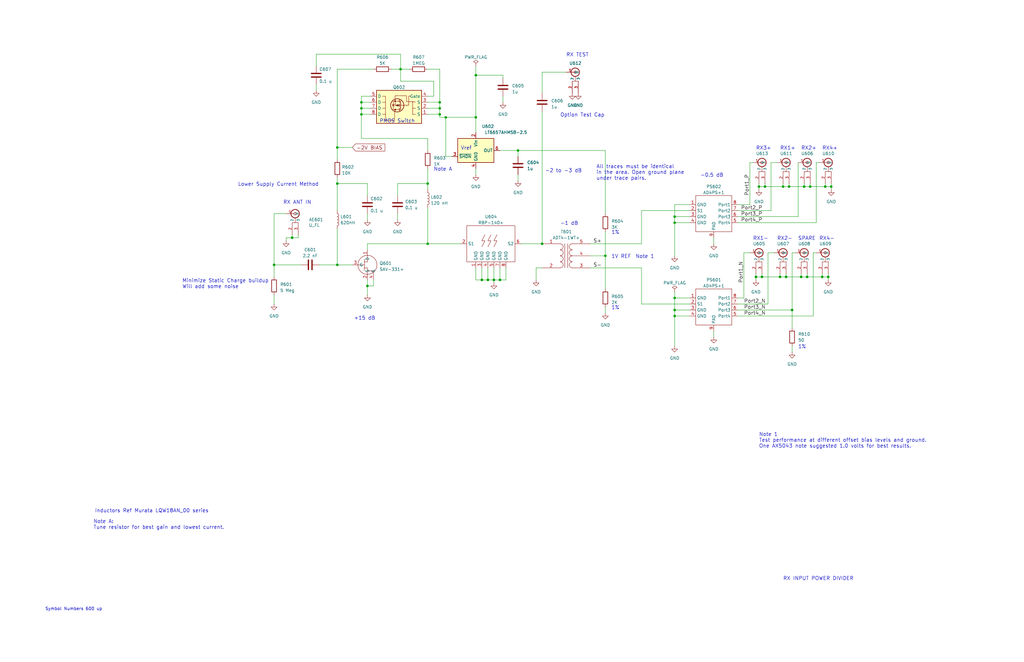
<source format=kicad_sch>
(kicad_sch (version 20230121) (generator eeschema)
  (paper "USLedger")
  (title_block (title "Radiation Tolerant PacSat Communication") (date "2023-06-17") (rev "A") (company "AMSAT-NA") (comment 1 "N5BRG"))
  (lib_symbols
    (symbol "Device:C" (pin_numbers hide) (pin_names (offset 0.254))
      (property "Reference" "C" (at 0.635 2.54 0))
      (property "Value" "C" (at 0.635 -2.54 0))
      (symbol "C_0_1"
        (polyline (pts (xy -2.032 -0.762) (xy 2.032 -0.762)) (stroke (width 0.508)))
        (polyline (pts (xy -2.032 0.762) (xy 2.032 0.762)) (stroke (width 0.508)))
      )
      (symbol "C_1_1"
        (pin passive line (at 0 3.81 270) (length 2.794) (name "~") (number "1"))
        (pin passive line (at 0 -3.81 90) (length 2.794) (name "~") (number "2"))
      )
    )
    (symbol "Device:L" (pin_numbers hide) (pin_names (offset 1.016) hide)
      (property "Reference" "L" (at -1.27 0 90))
      (property "Value" "L" (at 1.905 0 90))
      (symbol "L_0_1"
        (arc (start 0 -2.54) (mid 0.6323 -1.905) (end 0 -1.27))
        (arc (start 0 -1.27) (mid 0.6323 -0.635) (end 0 0))
        (arc (start 0 0) (mid 0.6323 0.635) (end 0 1.27))
        (arc (start 0 1.27) (mid 0.6323 1.905) (end 0 2.54))
      )
      (symbol "L_1_1"
        (pin passive line (at 0 3.81 270) (length 1.27) (name "1") (number "1"))
        (pin passive line (at 0 -3.81 90) (length 1.27) (name "2") (number "2"))
      )
    )
    (symbol "Device:R" (pin_numbers hide) (pin_names (offset 0))
      (property "Reference" "R" (at 2.032 0 90))
      (property "Value" "R" (at 0 0 90))
      (symbol "R_0_1"
        (rectangle (start -1.016 -2.54) (end 1.016 2.54) (stroke (width 0.254)))
      )
      (symbol "R_1_1"
        (pin passive line (at 0 3.81 270) (length 1.27) (name "~") (number "1"))
        (pin passive line (at 0 -3.81 90) (length 1.27) (name "~") (number "2"))
      )
    )
    (symbol "PACSAT_DEV_misc:TPS1100"
      (property "Reference" "Q?" (at 6.35 -8.89 0))
      (symbol "TPS1100_0_1"
        (rectangle (start -8.89 7.62) (end 10.16 -6.35) (stroke (width 0.254)) (fill (type background)))
        (polyline (pts (xy -2.54 0) (xy -3.4176 -0.012)))
        (polyline (pts (xy 0 0) (xy -2.794 0)))
        (polyline (pts (xy 0 1.905) (xy 0 -1.905)) (stroke (width 0.254)))
        (polyline (pts (xy 0.508 -1.27) (xy 0.508 -2.286)) (stroke (width 0.254)))
        (polyline (pts (xy 0.508 0.508) (xy 0.508 -0.508)) (stroke (width 0.254)))
        (polyline (pts (xy 0.508 2.286) (xy 0.508 1.27)) (stroke (width 0.254)))
        (polyline (pts (xy 2.286 2.54) (xy 2.286 1.778)))
        (polyline (pts (xy 6.35 -1.27) (xy 7.62 -1.27)))
        (polyline (pts (xy 6.35 1.27) (xy 7.62 1.27)))
        (polyline (pts (xy 6.35 3.81) (xy 7.62 3.81)))
        (polyline (pts (xy -5.08 -1.27) (xy -5.08 1.27) (xy -6.35 1.27)))
        (polyline (pts (xy -5.08 -1.27) (xy -5.0512 -1.5491) (xy -5.031 -1.448)))
        (polyline (pts (xy -5.08 1.27) (xy -5.08 3.81) (xy -6.35 3.81)))
        (polyline (pts (xy -4.9501 -1.4683) (xy -6.1836 -1.4683) (xy -6.1229 -1.3874)))
        (polyline (pts (xy -3.4162 -0.0461) (xy -3.4162 -3.8561) (xy -4.2419 -3.8037)))
        (polyline (pts (xy 2.286 -2.54) (xy 2.286 0) (xy 0.508 0)))
        (polyline (pts (xy 0.508 1.778) (xy 3.048 1.778) (xy 3.048 -1.778) (xy 0.508 -1.778)))
        (polyline (pts (xy 2.032 0) (xy 1.016 0.381) (xy 1.016 -0.381) (xy 2.032 0)) (fill (type outline)))
        (polyline (pts (xy 2.54 -0.508) (xy 2.667 -0.381) (xy 3.429 -0.381) (xy 3.556 -0.254)))
        (polyline (pts (xy 3.048 -0.381) (xy 2.667 0.254) (xy 3.429 0.254) (xy 3.048 -0.381)))
        (polyline (pts (xy 2.3285 -2.7575) (xy 2.3285 -4.0275) (xy -2.5549 -4.0212) (xy -2.5549 -1.5919) (xy -5.2915 -1.4875)))
        (polyline (pts (xy 2.54 2.54) (xy 2.54 6.35) (xy 6.35 6.35) (xy 6.35 -3.81) (xy 7.62 -3.81)))
        (circle (center 1.397 0) (radius 2.794) (stroke (width 0.254)))
        (circle (center 2.286 -1.778) (radius 0.254) (fill (type outline)))
        (circle (center 2.286 1.778) (radius 0.254) (fill (type outline)))
      )
      (symbol "TPS1100_1_1"
        (pin passive line (at -11.43 3.81 0) (length 2.54) (name "S") (number "1"))
        (pin passive line (at -11.43 1.27 0) (length 2.54) (name "S") (number "2"))
        (pin passive line (at -11.43 -1.27 0) (length 2.54) (name "S") (number "3"))
        (pin input line (at -11.43 -3.81 0) (length 2.54) (name "Gate") (number "4"))
        (pin passive line (at 12.7 -3.81 180) (length 2.54) (name "D") (number "5"))
        (pin passive line (at 12.7 -1.27 180) (length 2.54) (name "D") (number "6"))
        (pin passive line (at 12.7 1.27 180) (length 2.54) (name "D") (number "7"))
        (pin passive line (at 12.7 3.81 180) (length 2.54) (name "D") (number "8"))
      )
    )
    (symbol "PACSAT_DEV_misc:U_FL"
      (property "Reference" "U" (at -3.81 2.54 0))
      (symbol "U_FL_0_1"
        (polyline (pts (xy -1.27 -3.81) (xy 1.27 -3.81)))
        (polyline (pts (xy 0 -3.81) (xy 0 -1.778)))
        (circle (center 0 0) (radius 0.508) (stroke (width 0.2032)))
        (circle (center 0 0) (radius 1.778) (stroke (width 0.3048)))
      )
      (symbol "U_FL_1_1"
        (pin bidirectional line (at -3.81 0 0) (length 3.302) (name "In") (number "1"))
        (pin power_in line (at -1.27 -8.89 90) (length 5.08) (name "2") (number "2"))
        (pin power_in line (at 1.27 -8.89 90) (length 5.08) (name "3") (number "3"))
      )
    )
    (symbol "PACSAT_Minicircuits:AD4PS+1"
      (property "Reference" "PS602" (at 0 11.43 0))
      (property "Value" "AD4PS+1" (at 0 8.89 0))
      (symbol "AD4PS+1_0_1"
        (rectangle (start -7.62 7.62) (end 7.62 -7.62))
      )
      (symbol "AD4PS+1_1_1"
        (pin power_in line (at -10.16 3.81 0) (length 2.54) (name "GND") (number "1"))
        (pin input line (at -10.16 1.27 0) (length 2.54) (name "S1") (number "2"))
        (pin power_in line (at -10.16 -1.27 0) (length 2.54) (name "GND") (number "3"))
        (pin power_in line (at -10.16 -3.81 0) (length 2.54) (name "GND") (number "4"))
        (pin output line (at 10.16 -3.81 180) (length 2.54) (name "Port4") (number "5"))
        (pin output line (at 10.16 -1.27 180) (length 2.54) (name "Port3") (number "6"))
        (pin output line (at 10.16 1.27 180) (length 2.54) (name "Port2") (number "7"))
        (pin output line (at 10.16 3.81 180) (length 2.54) (name "Port1") (number "8"))
        (pin power_in line (at 0 -10.16 90) (length 2.54) (name "PAD") (number "9"))
      )
    )
    (symbol "PACSAT_Minicircuits:RBP-140+_1"
      (property "Reference" "U603" (at 10.16 5.08 0))
      (property "Value" "RBP-140+" (at 10.16 2.54 0))
      (symbol "RBP-140+_1_0_0"
        (polyline (pts (xy 6.35 -8.89) (xy 7.62 -6.35) (xy 6.35 -6.35) (xy 7.62 -3.81)))
        (polyline (pts (xy 8.89 -8.89) (xy 10.16 -6.35) (xy 8.89 -6.35) (xy 10.16 -3.81)))
        (polyline (pts (xy 11.43 -8.89) (xy 12.7 -6.35) (xy 11.43 -6.35) (xy 12.7 -3.81)))
      )
      (symbol "RBP-140+_1_0_1"
        (rectangle (start 0 0) (end 20.32 -15.24))
      )
      (symbol "RBP-140+_1_1_1"
        (pin power_in line (at 3.81 -17.78 90) (length 2.54) (name "GND") (number "1"))
        (pin input line (at -2.54 -7.62 0) (length 2.54) (name "S1") (number "2"))
        (pin power_in line (at 6.35 -17.78 90) (length 2.54) (name "GND") (number "3"))
        (pin power_in line (at 8.89 -17.78 90) (length 2.54) (name "GND") (number "4"))
        (pin power_in line (at 11.43 -17.78 90) (length 2.54) (name "GND") (number "5"))
        (pin output line (at 22.86 -7.62 180) (length 2.54) (name "S2") (number "6"))
        (pin power_in line (at 13.97 -17.78 90) (length 2.54) (name "GND") (number "7"))
        (pin power_in line (at 16.51 -17.78 90) (length 2.54) (name "GND") (number "8"))
      )
    )
    (symbol "PACSAT_Minicircuits:SAV-331+"
      (property "Reference" "U601" (at 5.08 0.635 0))
      (property "Value" "SAV-331+" (at 5.08 -1.905 0))
      (symbol "SAV-331+_0_1"
        (polyline (pts (xy -2.54 0) (xy -3.81 0)))
        (polyline (pts (xy -1.27 -1.27) (xy -1.27 -2.54)))
        (polyline (pts (xy -1.27 0) (xy -2.54 0)))
        (polyline (pts (xy -1.27 1.27) (xy -1.27 2.54)))
        (polyline (pts (xy 0 -2.54) (xy 0 -3.81)))
        (polyline (pts (xy 0 1.27) (xy 0 2.54)))
        (polyline (pts (xy 0 2.54) (xy 0 3.81)))
        (polyline (pts (xy -1.27 -1.27) (xy 0 -1.27) (xy 0 -2.54)))
        (polyline (pts (xy 0 -2.54) (xy 2.54 -2.54) (xy 2.54 -3.81)))
        (polyline (pts (xy -1.27 1.27) (xy -1.27 -1.27) (xy -1.27 1.27) (xy -1.27 0) (xy -1.27 1.27) (xy 0 1.27)))
        (circle (center 0 0) (radius 4.0161))
      )
      (symbol "SAV-331+_1_1"
        (pin input line (at 0 6.35 270) (length 2.54) (name "D") (number "1"))
        (pin input line (at 0 -6.35 90) (length 2.54) (name "S") (number "2"))
        (pin input line (at -6.35 0 0) (length 2.54) (name "G") (number "3"))
        (pin input line (at 2.54 -6.35 90) (length 2.54) (name "S") (number "4"))
      )
    )
    (symbol "PACSAT_Minicircuits:Transformer_1P_SS" (pin_names (offset 1.016) hide)
      (property "Reference" "T601" (at 0.0127 10.16 0))
      (property "Value" "ADT4-1WT" (at 0.0127 7.62 0))
      (symbol "Transformer_1P_SS_0_1"
        (arc (start -2.54 -5.0546) (mid -1.6599 -4.6901) (end -1.27 -3.81))
        (arc (start -2.54 -2.5146) (mid -1.6599 -2.1501) (end -1.27 -1.27))
        (arc (start -2.54 0.0254) (mid -1.6599 0.3899) (end -1.27 1.27))
        (arc (start -2.54 2.5654) (mid -1.6599 2.9299) (end -1.27 3.81))
        (arc (start -1.27 -3.81) (mid -1.642 -2.912) (end -2.54 -2.54))
        (arc (start -1.27 -1.27) (mid -1.642 -0.372) (end -2.54 0))
        (arc (start -1.27 1.27) (mid -1.642 2.168) (end -2.54 2.54))
        (arc (start -1.27 3.81) (mid -1.642 4.708) (end -2.54 5.08))
        (polyline (pts (xy -0.635 5.08) (xy -0.635 -5.08)))
        (polyline (pts (xy 0.635 -5.08) (xy 0.635 5.08)))
        (arc (start 1.2954 -1.27) (mid 1.6599 -2.1501) (end 2.54 -2.5146))
        (arc (start 1.2954 1.27) (mid 1.6599 0.3899) (end 2.54 0.0254))
        (arc (start 1.2954 3.81) (mid 1.6599 2.9299) (end 2.54 2.5654))
        (arc (start 1.3208 -3.81) (mid 1.6853 -4.6901) (end 2.5654 -5.0546))
        (arc (start 2.54 0) (mid 1.642 -0.372) (end 1.2954 -1.27))
        (arc (start 2.54 2.54) (mid 1.642 2.168) (end 1.2954 1.27))
        (arc (start 2.54 5.08) (mid 1.642 4.708) (end 1.2954 3.81))
        (arc (start 2.5654 -2.54) (mid 1.6674 -2.912) (end 1.3208 -3.81))
      )
      (symbol "Transformer_1P_SS_1_1"
        (pin passive line (at -10.16 5.08 0) (length 7.62) (name "AA") (number "1"))
        (pin passive line (at -10.16 -5.08 0) (length 7.62) (name "AB") (number "2"))
        (pin passive line (at 10.16 -5.08 180) (length 7.62) (name "SA") (number "3"))
        (pin passive line (at 10.16 0 180) (length 7.62) (name "SC") (number "4"))
        (pin passive line (at 10.16 5.08 180) (length 7.62) (name "SB") (number "5"))
        (pin no_connect line (at 0 -7.62 0) (length 2.54) hide (name "NC") (number "6"))
      )
    )
    (symbol "Reference_Voltage:LT6657AHMS8-2.5"
      (property "Reference" "U" (at -7.62 6.35 0))
      (property "Value" "LT6657AHMS8-2.5" (at 2.54 6.35 0))
      (symbol "LT6657AHMS8-2.5_0_1"
        (rectangle (start -7.62 5.08) (end 7.62 -5.08) (stroke (width 0.254)) (fill (type background)))
      )
      (symbol "LT6657AHMS8-2.5_1_1"
        (pin no_connect line (at 7.62 -2.54 180) (length 2.54) hide (name "DNC") (number "1"))
        (pin power_in line (at 0 7.62 270) (length 2.54) (name "Vin") (number "2"))
        (pin input line (at -10.16 -2.54 0) (length 2.54) (name "~{SHDN}") (number "3"))
        (pin power_in line (at 0 -7.62 90) (length 2.54) (name "GND") (number "4"))
        (pin no_connect line (at -7.62 0 0) (length 2.54) hide (name "DNC") (number "5"))
        (pin power_out line (at 10.16 0 180) (length 2.54) (name "OUT") (number "6"))
        (pin no_connect line (at -7.62 2.54 0) (length 2.54) hide (name "DNC") (number "7"))
        (pin no_connect line (at 7.62 2.54 180) (length 2.54) hide (name "DNC") (number "8"))
      )
    )
    (symbol "power:GND" (power) (pin_names (offset 0))
      (property "Value" "GND" (at 0 -3.81 0))
      (symbol "GND_0_1"
        (polyline (pts (xy 0 0) (xy 0 -1.27) (xy 1.27 -1.27) (xy 0 -2.54) (xy -1.27 -1.27) (xy 0 -1.27)))
      )
      (symbol "GND_1_1"
        (pin power_in line (at 0 0 270) (length 0) hide (name "GND") (number "1"))
      )
    )
    (symbol "power:PWR_FLAG" (power) (pin_numbers hide) (pin_names (offset 0) hide)
      (property "Value" "PWR_FLAG" (at 0 3.81 0))
      (symbol "PWR_FLAG_0_0"
        (pin power_out line (at 0 0 90) (length 0) (name "pwr") (number "1"))
      )
      (symbol "PWR_FLAG_0_1"
        (polyline (pts (xy 0 0) (xy 0 1.27) (xy -1.016 1.905) (xy 0 2.54) (xy 1.016 1.905) (xy 0 1.27)))
      )
    )
  )
  (junction (at 142.24 62.23))
  (junction (at 180.34 102.87))
  (junction (at 168.91 29.21))
  (junction (at 218.44 63.5))
  (junction (at 255.27 107.95))
  (junction (at 152.4 43.18))
  (junction (at 284.48 130.81))
  (junction (at 154.94 120.65))
  (junction (at 339.09 78.74))
  (junction (at 347.98 78.74))
  (junction (at 284.48 133.35))
  (junction (at 208.28 118.11))
  (junction (at 341.63 78.74))
  (junction (at 115.57 111.76))
  (junction (at 203.2 118.11))
  (junction (at 328.93 116.84))
  (junction (at 337.82 116.84))
  (junction (at 142.24 77.47))
  (junction (at 187.96 49.53))
  (junction (at 284.48 93.98))
  (junction (at 152.4 48.26))
  (junction (at 346.71 116.84))
  (junction (at 340.36 116.84))
  (junction (at 185.42 43.18))
  (junction (at 322.58 78.74))
  (junction (at 284.48 125.73))
  (junction (at 332.74 78.74))
  (junction (at 142.24 111.76))
  (junction (at 331.47 116.84))
  (junction (at 210.82 118.11))
  (junction (at 318.77 116.84))
  (junction (at 200.66 49.53))
  (junction (at 152.4 45.72))
  (junction (at 123.19 100.33))
  (junction (at 185.42 45.72))
  (junction (at 200.66 31.75))
  (junction (at 330.2 78.74))
  (junction (at 334.01 130.81))
  (junction (at 321.31 116.84))
  (junction (at 284.48 91.44))
  (junction (at 228.6 102.87))
  (junction (at 185.42 48.26))
  (junction (at 320.04 78.74))
  (junction (at 205.74 118.11))
  (junction (at 350.52 78.74))
  (junction (at 180.34 77.47))
  (junction (at 349.25 116.84))
  (wire (pts (xy 311.15 86.36) (xy 316.23 86.36)))
  (wire (pts (xy 168.91 34.29) (xy 168.91 29.21)))
  (wire (pts (xy 156.21 40.64) (xy 152.4 40.64)))
  (wire (pts (xy 270.51 102.87) (xy 270.51 88.9)))
  (wire (pts (xy 284.48 130.81) (xy 284.48 133.35)))
  (wire (pts (xy 344.17 68.58) (xy 344.17 93.98)))
  (wire (pts (xy 270.51 128.27) (xy 290.83 128.27)))
  (wire (pts (xy 316.23 68.58) (xy 316.23 86.36)))
  (wire (pts (xy 213.36 118.11) (xy 210.82 118.11)))
  (wire (pts (xy 218.44 73.66) (xy 218.44 76.2)))
  (wire (pts (xy 341.63 78.74) (xy 347.98 78.74)))
  (wire (pts (xy 200.66 71.12) (xy 200.66 73.66)))
  (wire (pts (xy 248.92 102.87) (xy 270.51 102.87)))
  (wire (pts (xy 318.77 115.57) (xy 318.77 116.84)))
  (wire (pts (xy 200.66 27.94) (xy 200.66 31.75)))
  (wire (pts (xy 284.48 93.98) (xy 284.48 107.95)))
  (wire (pts (xy 330.2 78.74) (xy 332.74 78.74)))
  (wire (pts (xy 180.34 43.18) (xy 185.42 43.18)))
  (wire (pts (xy 205.74 118.11) (xy 208.28 118.11)))
  (wire (pts (xy 340.36 116.84) (xy 346.71 116.84)))
  (wire (pts (xy 168.91 29.21) (xy 172.72 29.21)))
  (wire (pts (xy 185.42 45.72) (xy 185.42 43.18)))
  (wire (pts (xy 200.66 31.75) (xy 212.09 31.75)))
  (wire (pts (xy 115.57 90.17) (xy 115.57 111.76)))
  (wire (pts (xy 313.69 106.68) (xy 316.23 106.68)))
  (wire (pts (xy 255.27 63.5) (xy 255.27 90.17)))
  (wire (pts (xy 317.5 68.58) (xy 316.23 68.58)))
  (wire (pts (xy 284.48 133.35) (xy 290.83 133.35)))
  (wire (pts (xy 180.34 77.47) (xy 180.34 80.01)))
  (wire (pts (xy 168.91 34.29) (xy 182.88 34.29)))
  (wire (pts (xy 152.4 48.26) (xy 156.21 48.26)))
  (wire (pts (xy 120.65 100.33) (xy 120.65 101.6)))
  (wire (pts (xy 203.2 118.11) (xy 200.66 118.11)))
  (wire (pts (xy 180.34 48.26) (xy 185.42 48.26)))
  (wire (pts (xy 180.34 45.72) (xy 185.42 45.72)))
  (wire (pts (xy 300.99 139.7) (xy 300.99 142.24)))
  (wire (pts (xy 152.4 40.64) (xy 152.4 43.18)))
  (wire (pts (xy 115.57 111.76) (xy 127 111.76)))
  (wire (pts (xy 167.64 82.55) (xy 167.64 77.47)))
  (wire (pts (xy 341.63 77.47) (xy 341.63 78.74)))
  (wire (pts (xy 187.96 49.53) (xy 187.96 66.04)))
  (wire (pts (xy 182.88 40.64) (xy 182.88 34.29)))
  (wire (pts (xy 228.6 46.99) (xy 228.6 102.87)))
  (wire (pts (xy 142.24 77.47) (xy 154.94 77.47)))
  (wire (pts (xy 284.48 91.44) (xy 290.83 91.44)))
  (wire (pts (xy 290.83 86.36) (xy 284.48 86.36)))
  (wire (pts (xy 323.85 106.68) (xy 323.85 128.27)))
  (wire (pts (xy 311.15 125.73) (xy 313.69 125.73)))
  (wire (pts (xy 210.82 113.03) (xy 210.82 118.11)))
  (wire (pts (xy 208.28 113.03) (xy 208.28 118.11)))
  (wire (pts (xy 255.27 63.5) (xy 218.44 63.5)))
  (wire (pts (xy 167.64 77.47) (xy 180.34 77.47)))
  (wire (pts (xy 125.73 99.06) (xy 125.73 100.33)))
  (wire (pts (xy 255.27 97.79) (xy 255.27 107.95)))
  (wire (pts (xy 133.35 22.86) (xy 133.35 27.94)))
  (wire (pts (xy 142.24 62.23) (xy 142.24 67.31)))
  (wire (pts (xy 318.77 116.84) (xy 318.77 118.11)))
  (wire (pts (xy 142.24 29.21) (xy 142.24 62.23)))
  (wire (pts (xy 203.2 113.03) (xy 203.2 118.11)))
  (wire (pts (xy 350.52 78.74) (xy 350.52 77.47)))
  (wire (pts (xy 123.19 99.06) (xy 123.19 100.33)))
  (wire (pts (xy 320.04 78.74) (xy 320.04 80.01)))
  (wire (pts (xy 311.15 130.81) (xy 334.01 130.81)))
  (wire (pts (xy 311.15 133.35) (xy 342.9 133.35)))
  (wire (pts (xy 284.48 93.98) (xy 290.83 93.98)))
  (wire (pts (xy 226.06 113.03) (xy 228.6 113.03)))
  (wire (pts (xy 340.36 115.57) (xy 340.36 116.84)))
  (wire (pts (xy 142.24 77.47) (xy 142.24 88.9)))
  (wire (pts (xy 154.94 118.11) (xy 154.94 120.65)))
  (wire (pts (xy 200.66 55.88) (xy 200.66 49.53)))
  (wire (pts (xy 255.27 129.54) (xy 255.27 132.08)))
  (wire (pts (xy 142.24 77.47) (xy 142.24 74.93)))
  (wire (pts (xy 218.44 66.04) (xy 218.44 63.5)))
  (wire (pts (xy 154.94 102.87) (xy 154.94 105.41)))
  (wire (pts (xy 226.06 118.11) (xy 226.06 113.03)))
  (wire (pts (xy 142.24 96.52) (xy 142.24 111.76)))
  (wire (pts (xy 339.09 77.47) (xy 339.09 78.74)))
  (wire (pts (xy 325.12 68.58) (xy 325.12 88.9)))
  (wire (pts (xy 284.48 123.19) (xy 284.48 125.73)))
  (wire (pts (xy 311.15 88.9) (xy 325.12 88.9)))
  (wire (pts (xy 334.01 146.05) (xy 334.01 148.59)))
  (wire (pts (xy 168.91 22.86) (xy 168.91 29.21)))
  (wire (pts (xy 337.82 115.57) (xy 337.82 116.84)))
  (wire (pts (xy 157.48 118.11) (xy 157.48 120.65)))
  (wire (pts (xy 228.6 30.48) (xy 228.6 39.37)))
  (wire (pts (xy 190.5 66.04) (xy 187.96 66.04)))
  (wire (pts (xy 152.4 43.18) (xy 152.4 45.72)))
  (wire (pts (xy 290.83 125.73) (xy 284.48 125.73)))
  (wire (pts (xy 210.82 118.11) (xy 208.28 118.11)))
  (wire (pts (xy 347.98 77.47) (xy 347.98 78.74)))
  (wire (pts (xy 331.47 115.57) (xy 331.47 116.84)))
  (wire (pts (xy 120.65 100.33) (xy 123.19 100.33)))
  (wire (pts (xy 321.31 116.84) (xy 328.93 116.84)))
  (wire (pts (xy 322.58 77.47) (xy 322.58 78.74)))
  (wire (pts (xy 123.19 100.33) (xy 125.73 100.33)))
  (wire (pts (xy 345.44 68.58) (xy 344.17 68.58)))
  (wire (pts (xy 180.34 58.42) (xy 180.34 63.5)))
  (wire (pts (xy 180.34 87.63) (xy 180.34 102.87)))
  (wire (pts (xy 284.48 133.35) (xy 284.48 146.05)))
  (wire (pts (xy 212.09 40.64) (xy 212.09 43.18)))
  (wire (pts (xy 167.64 90.17) (xy 167.64 92.71)))
  (wire (pts (xy 313.69 106.68) (xy 313.69 125.73)))
  (wire (pts (xy 120.65 90.17) (xy 115.57 90.17)))
  (wire (pts (xy 134.62 111.76) (xy 142.24 111.76)))
  (wire (pts (xy 180.34 29.21) (xy 185.42 29.21)))
  (wire (pts (xy 228.6 30.48) (xy 238.76 30.48)))
  (wire (pts (xy 331.47 116.84) (xy 337.82 116.84)))
  (wire (pts (xy 328.93 116.84) (xy 331.47 116.84)))
  (wire (pts (xy 270.51 113.03) (xy 270.51 128.27)))
  (wire (pts (xy 154.94 120.65) (xy 157.48 120.65)))
  (wire (pts (xy 347.98 78.74) (xy 350.52 78.74)))
  (wire (pts (xy 284.48 130.81) (xy 290.83 130.81)))
  (wire (pts (xy 334.01 130.81) (xy 334.01 138.43)))
  (wire (pts (xy 270.51 88.9) (xy 290.83 88.9)))
  (wire (pts (xy 248.92 107.95) (xy 255.27 107.95)))
  (wire (pts (xy 334.01 130.81) (xy 334.01 106.68)))
  (wire (pts (xy 200.66 118.11) (xy 200.66 113.03)))
  (wire (pts (xy 349.25 116.84) (xy 349.25 118.11)))
  (wire (pts (xy 349.25 116.84) (xy 349.25 115.57)))
  (wire (pts (xy 185.42 48.26) (xy 185.42 49.53)))
  (wire (pts (xy 185.42 49.53) (xy 187.96 49.53)))
  (wire (pts (xy 335.28 106.68) (xy 334.01 106.68)))
  (wire (pts (xy 332.74 78.74) (xy 339.09 78.74)))
  (wire (pts (xy 154.94 102.87) (xy 180.34 102.87)))
  (wire (pts (xy 115.57 111.76) (xy 115.57 116.84)))
  (wire (pts (xy 152.4 58.42) (xy 180.34 58.42)))
  (wire (pts (xy 185.42 45.72) (xy 185.42 48.26)))
  (wire (pts (xy 336.55 91.44) (xy 336.55 68.58)))
  (wire (pts (xy 284.48 91.44) (xy 284.48 93.98)))
  (wire (pts (xy 142.24 62.23) (xy 148.59 62.23)))
  (wire (pts (xy 342.9 106.68) (xy 342.9 133.35)))
  (wire (pts (xy 203.2 118.11) (xy 205.74 118.11)))
  (wire (pts (xy 311.15 93.98) (xy 344.17 93.98)))
  (wire (pts (xy 344.17 106.68) (xy 342.9 106.68)))
  (wire (pts (xy 154.94 77.47) (xy 154.94 82.55)))
  (wire (pts (xy 208.28 118.11) (xy 208.28 119.38)))
  (wire (pts (xy 200.66 31.75) (xy 200.66 49.53)))
  (wire (pts (xy 346.71 115.57) (xy 346.71 116.84)))
  (wire (pts (xy 212.09 33.02) (xy 212.09 31.75)))
  (wire (pts (xy 337.82 116.84) (xy 340.36 116.84)))
  (wire (pts (xy 152.4 45.72) (xy 152.4 48.26)))
  (wire (pts (xy 219.71 102.87) (xy 228.6 102.87)))
  (wire (pts (xy 330.2 77.47) (xy 330.2 78.74)))
  (wire (pts (xy 300.99 100.33) (xy 300.99 102.87)))
  (wire (pts (xy 115.57 124.46) (xy 115.57 128.27)))
  (wire (pts (xy 154.94 90.17) (xy 154.94 92.71)))
  (wire (pts (xy 133.35 35.56) (xy 133.35 38.1)))
  (wire (pts (xy 311.15 128.27) (xy 323.85 128.27)))
  (wire (pts (xy 152.4 43.18) (xy 156.21 43.18)))
  (wire (pts (xy 133.35 22.86) (xy 168.91 22.86)))
  (wire (pts (xy 248.92 113.03) (xy 270.51 113.03)))
  (wire (pts (xy 213.36 113.03) (xy 213.36 118.11)))
  (wire (pts (xy 255.27 107.95) (xy 255.27 121.92)))
  (wire (pts (xy 332.74 77.47) (xy 332.74 78.74)))
  (wire (pts (xy 185.42 29.21) (xy 185.42 43.18)))
  (wire (pts (xy 180.34 102.87) (xy 194.31 102.87)))
  (wire (pts (xy 322.58 78.74) (xy 330.2 78.74)))
  (wire (pts (xy 210.82 63.5) (xy 218.44 63.5)))
  (wire (pts (xy 284.48 125.73) (xy 284.48 130.81)))
  (wire (pts (xy 154.94 120.65) (xy 154.94 124.46)))
  (wire (pts (xy 311.15 91.44) (xy 336.55 91.44)))
  (wire (pts (xy 320.04 78.74) (xy 322.58 78.74)))
  (wire (pts (xy 152.4 45.72) (xy 156.21 45.72)))
  (wire (pts (xy 320.04 77.47) (xy 320.04 78.74)))
  (wire (pts (xy 318.77 116.84) (xy 321.31 116.84)))
  (wire (pts (xy 321.31 115.57) (xy 321.31 116.84)))
  (wire (pts (xy 284.48 86.36) (xy 284.48 91.44)))
  (wire (pts (xy 142.24 111.76) (xy 148.59 111.76)))
  (wire (pts (xy 180.34 71.12) (xy 180.34 77.47)))
  (wire (pts (xy 327.66 68.58) (xy 325.12 68.58)))
  (wire (pts (xy 328.93 115.57) (xy 328.93 116.84)))
  (wire (pts (xy 346.71 116.84) (xy 349.25 116.84)))
  (wire (pts (xy 152.4 48.26) (xy 152.4 58.42)))
  (wire (pts (xy 180.34 40.64) (xy 182.88 40.64)))
  (wire (pts (xy 187.96 49.53) (xy 200.66 49.53)))
  (wire (pts (xy 205.74 113.03) (xy 205.74 118.11)))
  (wire (pts (xy 350.52 78.74) (xy 350.52 80.01)))
  (wire (pts (xy 142.24 29.21) (xy 157.48 29.21)))
  (wire (pts (xy 326.39 106.68) (xy 323.85 106.68)))
  (wire (pts (xy 339.09 78.74) (xy 341.63 78.74)))
  (wire (pts (xy 165.1 29.21) (xy 168.91 29.21)))
  (text "RX ANT IN" (at 119.38 86.36 0) (effects (font (size 1.524 1.524)) (justify left bottom)))
  (text "Vref" (at 194.31 63.5 0) (effects (font (size 1.524 1.524)) (justify left bottom)))
  (text "-0.5 dB" (at 295.275 74.93 0) (effects (font (size 1.524 1.524)) (justify left bottom)))
  (text "Note 1\nTest performance at different offset bias levels and ground.\nOne AX5043 note suggested 1.0 volts for best results." (at 320.04 189.23 0) (effects (font (size 1.524 1.524)) (justify left bottom)))
  (text "RX4-" (at 345.44 101.6 0) (effects (font (size 1.524 1.524)) (justify left bottom)))
  (text "Lower Supply Current Method" (at 100.33 78.74 0) (effects (font (size 1.524 1.524)) (justify left bottom)))
  (text "All traces must be identical\nin the area. Open ground plane \nunder trace pairs." (at 251.46 76.2 0) (effects (font (size 1.524 1.524)) (justify left bottom)))
  (text "RX3+" (at 318.77 63.5 0) (effects (font (size 1.524 1.524)) (justify left bottom)))
  (text "Note A" (at 182.88 72.39 0) (effects (font (size 1.524 1.524)) (justify left bottom)))
  (text "1%" (at 336.55 147.32 0) (effects (font (size 1.524 1.524)) (justify left bottom)))
  (text "1%" (at 257.81 130.81 0) (effects (font (size 1.524 1.524)) (justify left bottom)))
  (text "Note A:\nTune resistor for best gain and lowest current." (at 39.37 223.52 0) (effects (font (size 1.524 1.524)) (justify left bottom)))
  (text "Option Test Cap" (at 236.22 49.53 0) (effects (font (size 1.524 1.524)) (justify left bottom)))
  (text "PMOS Switch" (at 160.02 52.07 0) (effects (font (size 1.524 1.524)) (justify left bottom)))
  (text "RX2+" (at 337.82 63.5 0) (effects (font (size 1.524 1.524)) (justify left bottom)))
  (text "RX1+" (at 328.93 63.5 0) (effects (font (size 1.524 1.524)) (justify left bottom)))
  (text "SPARE" (at 336.55 101.6 0) (effects (font (size 1.524 1.524)) (justify left bottom)))
  (text "RX4+" (at 346.71 63.5 0) (effects (font (size 1.524 1.524)) (justify left bottom)))
  (text "RX1-" (at 317.5 101.6 0) (effects (font (size 1.524 1.524)) (justify left bottom)))
  (text "Minimize Static Charge buildup\nWill add some noise" (at 76.835 121.92 0) (effects (font (size 1.524 1.524)) (justify left bottom)))
  (text "-1 dB" (at 236.22 95.25 0) (effects (font (size 1.524 1.524)) (justify left bottom)))
  (text "RX INPUT POWER DIVIDER" (at 330.2 245.11 0) (effects (font (size 1.524 1.524)) (justify left bottom)))
  (text "+15 dB" (at 149.225 135.255 0) (effects (font (size 1.524 1.524)) (justify left bottom)))
  (text "RX2-" (at 327.66 101.6 0) (effects (font (size 1.524 1.524)) (justify left bottom)))
  (text "Note 1" (at 267.97 109.22 0) (effects (font (size 1.524 1.524)) (justify left bottom)))
  (text "-2 to -3 dB" (at 229.87 73.025 0) (effects (font (size 1.524 1.524)) (justify left bottom)))
  (text "1%" (at 257.81 99.06 0) (effects (font (size 1.524 1.524)) (justify left bottom)))
  (text "Symbol Numbers 600 up" (at 19.05 257.81 0) (effects (font (size 1.27 1.27)) (justify left bottom)))
  (text "RX TEST" (at 238.76 24.13 0) (effects (font (size 1.524 1.524)) (justify left bottom)))
  (text "1V REF" (at 257.81 109.22 0) (effects (font (size 1.524 1.524)) (justify left bottom)))
  (text "Inductors Ref Murata LQW18AN_00 series" (at 40.005 216.535 0) (effects (font (size 1.524 1.524)) (justify left bottom)))
  (label "S+" (at 250.19 102.87 0) (effects (font (size 1.524 1.524))))
  (label "S-" (at 250.19 113.03 0) (effects (font (size 1.524 1.524))))
  (label "Port2_N" (at 313.69 128.27 0) (effects (font (size 1.524 1.524))))
  (label "Port3_N" (at 313.69 130.81 0) (effects (font (size 1.524 1.524))))
  (label "Port1_N" (at 313.69 119.38 90) (effects (font (size 1.524 1.524))))
  (label "Port3_P" (at 312.42 91.44 0) (effects (font (size 1.524 1.524))))
  (label "Port2_P" (at 312.42 88.9 0) (effects (font (size 1.524 1.524))))
  (label "Port4_P" (at 312.42 93.98 0) (effects (font (size 1.524 1.524))))
  (label "Port1_P" (at 316.23 82.55 90) (effects (font (size 1.524 1.524))))
  (label "Port4_N" (at 313.69 133.35 0) (effects (font (size 1.524 1.524))))
  (global_label "-2V BIAS" (shape input) (at 148.59 62.23 0) (effects (font (size 1.524 1.524))) (property "Intersheetrefs" "${INTERSHEET_REFS}" (effects hide)))
  (symbol (lib_id "Device:R") (at 334.01 142.24 0) (unit 1)
    (property "Reference" "R610" (at 336.55 140.97 0) (effects (justify left)))
    (property "Value" "50" (at 336.55 143.51 0) (effects (justify left)))
    (property "Footprint" "Resistor_SMD:R_0603_1608Metric_Pad0.98x0.95mm_HandSolder" (effects hide))
  )
  (symbol (lib_id "power:GND") (at 133.35 38.1 0) (unit 1)
    (property "Reference" "#PWR0192" (effects hide))
    (property "Value" "GND" (at 133.35 43.18 0))
  )
  (symbol (lib_id "power:GND") (at 334.01 148.59 0) (unit 1)
    (property "Reference" "#PWR0621" (effects hide))
    (property "Value" "GND" (at 334.01 153.67 0))
  )
  (symbol (lib_id "power:GND") (at 120.65 101.6 0) (unit 1)
    (property "Reference" "#PWR0605" (effects hide))
    (property "Value" "GND" (at 120.65 106.68 0))
  )
  (symbol (lib_id "power:GND") (at 154.94 92.71 0) (unit 1)
    (property "Reference" "#PWR0603" (effects hide))
    (property "Value" "GND" (at 154.94 97.79 0))
  )
  (symbol (lib_id "Device:R") (at 161.29 29.21 90) (mirror x) (unit 1)
    (property "Reference" "R606" (at 161.29 24.13 90))
    (property "Value" "5K" (at 161.29 26.67 90))
    (property "Footprint" "Resistor_SMD:R_0603_1608Metric_Pad0.98x0.95mm_HandSolder" (effects hide))
  )
  (symbol (lib_id "power:GND") (at 320.04 80.01 0) (unit 1)
    (property "Reference" "#PWR0614" (effects hide))
    (property "Value" "GND" (at 320.04 85.09 0))
  )
  (symbol (lib_id "power:GND") (at 167.64 92.71 0) (unit 1)
    (property "Reference" "#PWR0604" (effects hide))
    (property "Value" "GND" (at 167.64 97.79 0))
  )
  (symbol (lib_id "Device:R") (at 176.53 29.21 90) (mirror x) (unit 1)
    (property "Reference" "R607" (at 176.53 24.13 90))
    (property "Value" "1MEG" (at 176.53 26.67 90))
    (property "Footprint" "Resistor_SMD:R_0603_1608Metric_Pad0.98x0.95mm_HandSolder" (effects hide))
  )
  (symbol (lib_id "power:GND") (at 300.99 102.87 0) (unit 1)
    (property "Reference" "#PWR0726" (effects hide))
    (property "Value" "GND" (at 300.99 107.95 0))
  )
  (symbol (lib_id "PACSAT_Minicircuits:AD4PS+1") (at 300.99 90.17 0) (unit 1)
    (property "Reference" "PS602" (at 300.99 78.74 0))
    (property "Value" "AD4PS+1" (at 300.99 81.28 0))
    (property "Footprint" "PacSatDev_MiniCircuits:CJ725" (effects hide))
  )
  (symbol (lib_id "Device:C") (at 228.6 43.18 0) (unit 1)
    (property "Reference" "C606" (at 232.41 42.545 0) (effects (justify left)))
    (property "Value" "1u" (at 232.41 45.085 0) (effects (justify left)))
    (property "Footprint" "Capacitor_SMD:C_0603_1608Metric_Pad1.08x0.95mm_HandSolder" (effects hide))
  )
  (symbol (lib_id "PACSAT_DEV_misc:U_FL") (at 340.36 68.58 0) (unit 1)
    (property "Reference" "U606" (at 337.82 64.77 0) (effects (justify left)))
    (property "Value" "~" (at 340.36 68.58 0))
    (property "Footprint" "PacSatDev_misc:U_FL" (effects hide))
  )
  (symbol (lib_id "power:GND") (at 212.09 43.18 0) (unit 1)
    (property "Reference" "#PWR0191" (effects hide))
    (property "Value" "GND" (at 212.09 48.26 0))
  )
  (symbol (lib_id "power:GND") (at 115.57 128.27 0) (unit 1)
    (property "Reference" "#PWR0601" (effects hide))
    (property "Value" "GND" (at 115.57 133.35 0))
  )
  (symbol (lib_id "PACSAT_DEV_misc:U_FL") (at 124.46 90.17 0) (unit 1)
    (property "Reference" "AE601" (at 130.2258 92.6846 0) (effects (justify left)))
    (property "Value" "U_FL" (at 130.2258 94.996 0) (effects (justify left)))
    (property "Footprint" "PacSatDev_misc:U_FL" (effects hide))
  )
  (symbol (lib_id "Reference_Voltage:LT6657AHMS8-2.5") (at 200.66 63.5 0) (unit 1)
    (property "Reference" "U602" (at 205.74 53.34 0))
    (property "Value" "LT6657AHMS8-2.5" (at 213.36 55.88 0))
    (property "Footprint" "Package_SO:MSOP-8_3x3mm_P0.65mm" (effects hide))
    (property "Datasheet" "https://www.analog.com/media/en/technical-documentation/data-sheets/6657fd.pdf" (effects hide))
  )
  (symbol (lib_id "power:GND") (at 241.3 39.37 0) (unit 1)
    (property "Reference" "#PWR0729" (effects hide))
    (property "Value" "GND" (at 241.3 44.45 0))
  )
  (symbol (lib_id "PACSAT_Minicircuits:Transformer_1P_SS") (at 238.76 107.95 0) (unit 1)
    (property "Reference" "T601" (at 238.7727 97.79 0))
    (property "Value" "ADT4-1WT+" (at 238.7727 100.33 0))
    (property "Footprint" "RF_Mini-Circuits:Mini-Circuits_CD542_H2.84mm" (effects hide))
  )
  (symbol (lib_id "PACSAT_Minicircuits:SAV-331+") (at 154.94 111.76 0) (unit 1)
    (property "Reference" "Q601" (at 160.02 111.125 0) (effects (justify left)))
    (property "Value" "SAV-331+" (at 160.02 113.665 0) (effects (justify left)))
    (property "Footprint" "PacSatDev_misc:TB-471" (effects hide))
  )
  (symbol (lib_id "power:GND") (at 208.28 119.38 0) (unit 1)
    (property "Reference" "#PWR0607" (effects hide))
    (property "Value" "GND" (at 208.28 124.46 0))
  )
  (symbol (lib_id "PACSAT_DEV_misc:U_FL") (at 330.2 106.68 0) (unit 1)
    (property "Reference" "U607" (at 327.66 102.87 0) (effects (justify left)))
    (property "Value" "~" (at 330.2 106.68 0))
    (property "Footprint" "PacSatDev_misc:U_FL" (effects hide))
  )
  (symbol (lib_id "Device:C") (at 133.35 31.75 0) (unit 1)
    (property "Reference" "C607" (at 134.62 29.21 0) (effects (justify left)))
    (property "Value" "0.1 u" (at 134.62 34.29 0) (effects (justify left)))
    (property "Footprint" "Capacitor_SMD:C_0603_1608Metric_Pad1.08x0.95mm_HandSolder" (effects hide))
  )
  (symbol (lib_id "Device:L") (at 142.24 92.71 0) (unit 1)
    (property "Reference" "L601" (at 143.51 91.44 0) (effects (justify left)))
    (property "Value" "620nH" (at 143.51 93.98 0) (effects (justify left)))
    (property "Footprint" "PacSatDev_misc:L_Murata_LQH2MCNxxxx02_2.0x1.6mm" (effects hide))
  )
  (symbol (lib_id "power:GND") (at 255.27 132.08 0) (unit 1)
    (property "Reference" "#PWR0610" (effects hide))
    (property "Value" "GND" (at 255.27 137.16 0))
  )
  (symbol (lib_id "power:GND") (at 349.25 118.11 0) (unit 1)
    (property "Reference" "#PWR0615" (effects hide))
    (property "Value" "GND" (at 349.25 123.19 0))
  )
  (symbol (lib_id "Device:R") (at 115.57 120.65 0) (unit 1)
    (property "Reference" "R601" (at 118.11 120.015 0) (effects (justify left)))
    (property "Value" "5 Meg" (at 118.11 122.555 0) (effects (justify left)))
    (property "Footprint" "Resistor_SMD:R_0603_1608Metric_Pad0.98x0.95mm_HandSolder" (effects hide))
  )
  (symbol (lib_id "Device:R") (at 255.27 93.98 0) (unit 1)
    (property "Reference" "R604" (at 257.81 93.345 0) (effects (justify left)))
    (property "Value" "3K" (at 257.81 95.885 0) (effects (justify left)))
    (property "Footprint" "Resistor_SMD:R_0603_1608Metric_Pad0.98x0.95mm_HandSolder" (effects hide))
  )
  (symbol (lib_id "PACSAT_Minicircuits:AD4PS+1") (at 300.99 129.54 0) (unit 1)
    (property "Reference" "PS601" (at 300.99 118.11 0))
    (property "Value" "AD4PS+1" (at 300.99 120.65 0))
    (property "Footprint" "PacSatDev_MiniCircuits:CJ725" (effects hide))
  )
  (symbol (lib_id "power:GND") (at 284.48 146.05 0) (unit 1)
    (property "Reference" "#PWR0612" (effects hide))
    (property "Value" "GND" (at 284.48 151.13 0))
  )
  (symbol (lib_id "PACSAT_DEV_misc:U_FL") (at 242.57 30.48 0) (unit 1)
    (property "Reference" "U612" (at 240.03 26.67 0) (effects (justify left)))
    (property "Value" "~" (at 242.57 30.48 0))
    (property "Footprint" "PacSatDev_misc:U_FL" (effects hide))
  )
  (symbol (lib_id "PACSAT_DEV_misc:U_FL") (at 347.98 106.68 0) (unit 1)
    (property "Reference" "U609" (at 345.44 102.87 0) (effects (justify left)))
    (property "Value" "~" (at 347.98 106.68 0))
    (property "Footprint" "PacSatDev_misc:U_FL" (effects hide))
  )
  (symbol (lib_id "Device:L") (at 180.34 83.82 0) (unit 1)
    (property "Reference" "L602" (at 181.61 83.185 0) (effects (justify left)))
    (property "Value" "120 nH" (at 181.61 85.725 0) (effects (justify left)))
    (property "Footprint" "PacSatDev_misc:L_Murata_LQH2MCNxxxx02_2.0x1.6mm" (effects hide))
  )
  (symbol (lib_id "Device:C") (at 218.44 69.85 0) (unit 1)
    (property "Reference" "C604" (at 222.25 68.5799 0) (effects (justify left)))
    (property "Value" "1u" (at 222.25 71.1199 0) (effects (justify left)))
    (property "Footprint" "Capacitor_SMD:C_0603_1608Metric_Pad1.08x0.95mm_HandSolder" (effects hide))
  )
  (symbol (lib_id "power:GND") (at 300.99 142.24 0) (unit 1)
    (property "Reference" "#PWR0727" (effects hide))
    (property "Value" "GND" (at 300.99 147.32 0))
  )
  (symbol (lib_id "PACSAT_DEV_misc:TPS1100") (at 168.91 44.45 180) (unit 1)
    (property "Reference" "Q602" (at 168.275 36.83 0))
    (property "Value" "~" (at 167.894 44.45 0))
    (property "Footprint" "Package_SO:SO-8_3.9x4.9mm_P1.27mm" (effects hide))
  )
  (symbol (lib_id "PACSAT_DEV_misc:U_FL") (at 320.04 106.68 0) (unit 1)
    (property "Reference" "U605" (at 317.5 102.87 0) (effects (justify left)))
    (property "Value" "~" (at 320.04 106.68 0))
    (property "Footprint" "PacSatDev_misc:U_FL" (effects hide))
  )
  (symbol (lib_id "PACSAT_DEV_misc:U_FL") (at 321.31 68.58 0) (unit 1)
    (property "Reference" "U613" (at 318.77 64.77 0) (effects (justify left)))
    (property "Value" "~" (at 321.31 68.58 0))
    (property "Footprint" "PacSatDev_misc:U_FL" (effects hide))
  )
  (symbol (lib_id "power:GND") (at 226.06 118.11 0) (unit 1)
    (property "Reference" "#PWR0609" (effects hide))
    (property "Value" "GND" (at 226.06 123.19 0))
  )
  (symbol (lib_id "Device:C") (at 167.64 86.36 0) (unit 1)
    (property "Reference" "C603" (at 170.815 85.0899 0) (effects (justify left)))
    (property "Value" "0.1 u" (at 170.815 87.6299 0) (effects (justify left)))
    (property "Footprint" "Capacitor_SMD:C_0603_1608Metric_Pad1.08x0.95mm_HandSolder" (effects hide))
  )
  (symbol (lib_id "PACSAT_DEV_misc:U_FL") (at 339.09 106.68 0) (unit 1)
    (property "Reference" "U608" (at 336.55 102.87 0) (effects (justify left)))
    (property "Value" "~" (at 339.09 106.68 0))
    (property "Footprint" "PacSatDev_misc:U_FL" (effects hide))
  )
  (symbol (lib_id "PACSAT_DEV_misc:U_FL") (at 331.47 68.58 0) (unit 1)
    (property "Reference" "U611" (at 328.93 64.77 0) (effects (justify left)))
    (property "Value" "~" (at 331.47 68.58 0))
    (property "Footprint" "PacSatDev_misc:U_FL" (effects hide))
  )
  (symbol (lib_id "power:GND") (at 218.44 76.2 0) (unit 1)
    (property "Reference" "#PWR0608" (effects hide))
    (property "Value" "GND" (at 218.44 81.28 0))
  )
  (symbol (lib_id "PACSAT_Minicircuits:RBP-140+_1") (at 196.85 95.25 0) (unit 1)
    (property "Reference" "U604" (at 207.01 91.44 0))
    (property "Value" "RBP-140+" (at 207.01 93.98 0))
    (property "Footprint" "RF_Mini-Circuits:Mini-Circuits_GP731" (effects hide))
  )
  (symbol (lib_id "power:GND") (at 350.52 80.01 0) (unit 1)
    (property "Reference" "#PWR0616" (effects hide))
    (property "Value" "GND" (at 350.52 85.09 0))
  )
  (symbol (lib_id "power:GND") (at 200.66 73.66 0) (unit 1)
    (property "Reference" "#PWR0606" (effects hide))
    (property "Value" "GND" (at 200.66 78.74 0))
  )
  (symbol (lib_id "power:GND") (at 243.84 39.37 0) (unit 1)
    (property "Reference" "#PWR0734" (effects hide))
    (property "Value" "GND" (at 243.84 44.45 0))
  )
  (symbol (lib_id "Device:R") (at 142.24 71.12 0) (unit 1)
    (property "Reference" "R602" (at 144.145 70.485 0) (effects (justify left)))
    (property "Value" "10K" (at 144.145 73.025 0) (effects (justify left)))
    (property "Footprint" "Resistor_SMD:R_0603_1608Metric_Pad0.98x0.95mm_HandSolder" (effects hide))
  )
  (symbol (lib_id "power:GND") (at 154.94 124.46 0) (unit 1)
    (property "Reference" "#PWR0602" (effects hide))
    (property "Value" "GND" (at 154.94 129.54 0))
  )
  (symbol (lib_id "Device:C") (at 154.94 86.36 0) (unit 1)
    (property "Reference" "C602" (at 156.21 83.82 0) (effects (justify left)))
    (property "Value" "0.1 u" (at 156.21 88.9 0) (effects (justify left)))
    (property "Footprint" "Capacitor_SMD:C_0603_1608Metric_Pad1.08x0.95mm_HandSolder" (effects hide))
  )
  (symbol (lib_id "Device:C") (at 212.09 36.83 0) (unit 1)
    (property "Reference" "C605" (at 215.9 36.195 0) (effects (justify left)))
    (property "Value" "1u" (at 215.9 38.735 0) (effects (justify left)))
    (property "Footprint" "Capacitor_SMD:C_0603_1608Metric_Pad1.08x0.95mm_HandSolder" (effects hide))
  )
  (symbol (lib_id "power:GND") (at 284.48 107.95 0) (unit 1)
    (property "Reference" "#PWR0611" (effects hide))
    (property "Value" "GND" (at 284.48 113.03 0))
  )
  (symbol (lib_id "power:PWR_FLAG") (at 284.48 123.19 0) (unit 1)
    (property "Reference" "#FLG0603" (effects hide))
    (property "Value" "PWR_FLAG" (at 284.48 119.38 0))
  )
  (symbol (lib_id "Device:R") (at 255.27 125.73 0) (unit 1)
    (property "Reference" "R605" (at 257.81 125.095 0) (effects (justify left)))
    (property "Value" "2K" (at 257.81 127.635 0) (effects (justify left)))
    (property "Footprint" "Resistor_SMD:R_0603_1608Metric_Pad0.98x0.95mm_HandSolder" (effects hide))
  )
  (symbol (lib_id "Device:C") (at 130.81 111.76 90) (unit 1)
    (property "Reference" "C601" (at 130.81 105.41 90))
    (property "Value" "2.2 nF" (at 130.81 107.95 90))
    (property "Footprint" "Capacitor_SMD:C_0603_1608Metric_Pad1.08x0.95mm_HandSolder" (effects hide))
  )
  (symbol (lib_id "Device:R") (at 180.34 67.31 0) (unit 1)
    (property "Reference" "R603" (at 182.88 66.675 0) (effects (justify left)))
    (property "Value" "1K" (at 182.88 69.215 0) (effects (justify left)))
    (property "Footprint" "Resistor_SMD:R_0603_1608Metric_Pad0.98x0.95mm_HandSolder" (effects hide))
  )
  (symbol (lib_id "power:PWR_FLAG") (at 200.66 27.94 0) (unit 1)
    (property "Reference" "#FLG0601" (effects hide))
    (property "Value" "PWR_FLAG" (at 200.66 24.13 0))
  )
  (symbol (lib_id "power:GND") (at 318.77 118.11 0) (unit 1)
    (property "Reference" "#PWR0613" (effects hide))
    (property "Value" "GND" (at 318.77 123.19 0))
  )
  (symbol (lib_id "PACSAT_DEV_misc:U_FL") (at 349.25 68.58 0) (unit 1)
    (property "Reference" "U610" (at 346.71 64.77 0) (effects (justify left)))
    (property "Value" "~" (at 349.25 68.58 0))
    (property "Footprint" "PacSatDev_misc:U_FL" (effects hide))
  )
)
</source>
